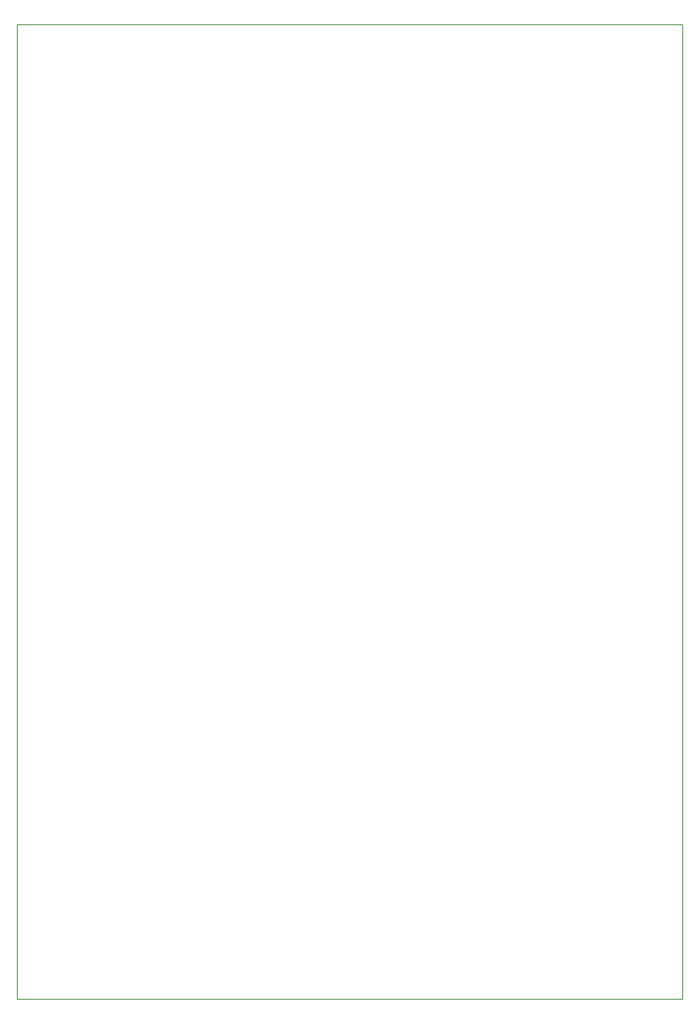
<source format=gm1>
G04 MADE WITH FRITZING*
G04 WWW.FRITZING.ORG*
G04 DOUBLE SIDED*
G04 HOLES PLATED*
G04 CONTOUR ON CENTER OF CONTOUR VECTOR*
%ASAXBY*%
%FSLAX23Y23*%
%MOIN*%
%OFA0B0*%
%SFA1.0B1.0*%
%ADD10R,5.126620X7.495130*%
%ADD11C,0.008000*%
%ADD10C,0.008*%
%LNCONTOUR*%
G90*
G70*
G54D10*
G54D11*
X4Y7491D02*
X5123Y7491D01*
X5123Y4D01*
X4Y4D01*
X4Y7491D01*
D02*
G04 End of contour*
M02*
</source>
